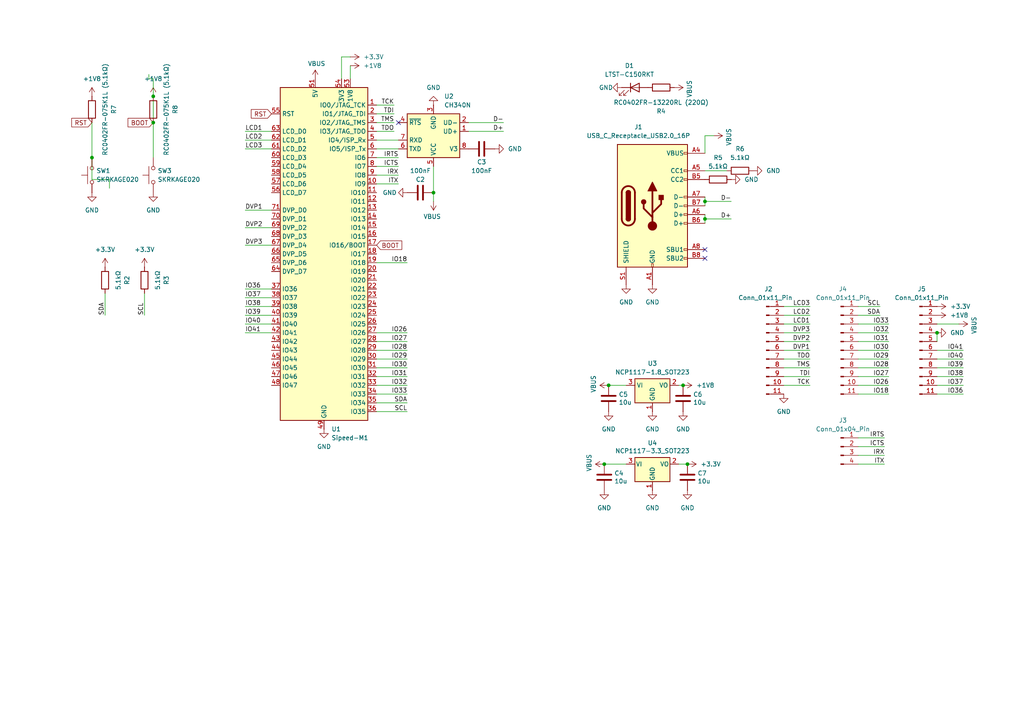
<source format=kicad_sch>
(kicad_sch (version 20250114) (generator "eeschema") (generator_version "9.0")
  (paper "A4")
  (lib_symbols
    (symbol "Connector:Conn_01x04_Pin" (pin_names (offset 1.016) (hide yes))
      (property "Reference" "J" (at 0 5.08 0))
      (property "Value" "Conn_01x04_Pin" (at 0 -7.62 0))
      (symbol "Conn_01x04_Pin_1_1"
        (rectangle (start 0.8636 2.667) (end 0 2.413) (stroke (width 0.1524)) (fill (type outline)))
        (rectangle (start 0.8636 0.127) (end 0 -0.127) (stroke (width 0.1524)) (fill (type outline)))
        (rectangle (start 0.8636 -2.413) (end 0 -2.667) (stroke (width 0.1524)) (fill (type outline)))
        (rectangle (start 0.8636 -4.953) (end 0 -5.207) (stroke (width 0.1524)) (fill (type outline)))
        (polyline (pts (xy 1.27 2.54) (xy 0.8636 2.54)) (stroke (width 0.1524)))
        (polyline (pts (xy 1.27 0) (xy 0.8636 0)) (stroke (width 0.1524)))
        (polyline (pts (xy 1.27 -2.54) (xy 0.8636 -2.54)) (stroke (width 0.1524)))
        (polyline (pts (xy 1.27 -5.08) (xy 0.8636 -5.08)) (stroke (width 0.1524)))
        (pin passive line (at 5.08 2.54 180) (length 3.81) (name "Pin_1") (number "1"))
        (pin passive line (at 5.08 0 180) (length 3.81) (name "Pin_2") (number "2"))
        (pin passive line (at 5.08 -2.54 180) (length 3.81) (name "Pin_3") (number "3"))
        (pin passive line (at 5.08 -5.08 180) (length 3.81) (name "Pin_4") (number "4"))
      )
    )
    (symbol "Connector:Conn_01x11_Pin" (pin_names (offset 1.016) (hide yes))
      (property "Reference" "J" (at 0 15.24 0))
      (property "Value" "Conn_01x11_Pin" (at 0 -15.24 0))
      (symbol "Conn_01x11_Pin_1_1"
        (rectangle (start 0.8636 12.827) (end 0 12.573) (stroke (width 0.1524)) (fill (type outline)))
        (rectangle (start 0.8636 10.287) (end 0 10.033) (stroke (width 0.1524)) (fill (type outline)))
        (rectangle (start 0.8636 7.747) (end 0 7.493) (stroke (width 0.1524)) (fill (type outline)))
        (rectangle (start 0.8636 5.207) (end 0 4.953) (stroke (width 0.1524)) (fill (type outline)))
        (rectangle (start 0.8636 2.667) (end 0 2.413) (stroke (width 0.1524)) (fill (type outline)))
        (rectangle (start 0.8636 0.127) (end 0 -0.127) (stroke (width 0.1524)) (fill (type outline)))
        (rectangle (start 0.8636 -2.413) (end 0 -2.667) (stroke (width 0.1524)) (fill (type outline)))
        (rectangle (start 0.8636 -4.953) (end 0 -5.207) (stroke (width 0.1524)) (fill (type outline)))
        (rectangle (start 0.8636 -7.493) (end 0 -7.747) (stroke (width 0.1524)) (fill (type outline)))
        (rectangle (start 0.8636 -10.033) (end 0 -10.287) (stroke (width 0.1524)) (fill (type outline)))
        (rectangle (start 0.8636 -12.573) (end 0 -12.827) (stroke (width 0.1524)) (fill (type outline)))
        (polyline (pts (xy 1.27 12.7) (xy 0.8636 12.7)) (stroke (width 0.1524)))
        (polyline (pts (xy 1.27 10.16) (xy 0.8636 10.16)) (stroke (width 0.1524)))
        (polyline (pts (xy 1.27 7.62) (xy 0.8636 7.62)) (stroke (width 0.1524)))
        (polyline (pts (xy 1.27 5.08) (xy 0.8636 5.08)) (stroke (width 0.1524)))
        (polyline (pts (xy 1.27 2.54) (xy 0.8636 2.54)) (stroke (width 0.1524)))
        (polyline (pts (xy 1.27 0) (xy 0.8636 0)) (stroke (width 0.1524)))
        (polyline (pts (xy 1.27 -2.54) (xy 0.8636 -2.54)) (stroke (width 0.1524)))
        (polyline (pts (xy 1.27 -5.08) (xy 0.8636 -5.08)) (stroke (width 0.1524)))
        (polyline (pts (xy 1.27 -7.62) (xy 0.8636 -7.62)) (stroke (width 0.1524)))
        (polyline (pts (xy 1.27 -10.16) (xy 0.8636 -10.16)) (stroke (width 0.1524)))
        (polyline (pts (xy 1.27 -12.7) (xy 0.8636 -12.7)) (stroke (width 0.1524)))
        (pin passive line (at 5.08 12.7 180) (length 3.81) (name "Pin_1") (number "1"))
        (pin passive line (at 5.08 10.16 180) (length 3.81) (name "Pin_2") (number "2"))
        (pin passive line (at 5.08 7.62 180) (length 3.81) (name "Pin_3") (number "3"))
        (pin passive line (at 5.08 5.08 180) (length 3.81) (name "Pin_4") (number "4"))
        (pin passive line (at 5.08 2.54 180) (length 3.81) (name "Pin_5") (number "5"))
        (pin passive line (at 5.08 0 180) (length 3.81) (name "Pin_6") (number "6"))
        (pin passive line (at 5.08 -2.54 180) (length 3.81) (name "Pin_7") (number "7"))
        (pin passive line (at 5.08 -5.08 180) (length 3.81) (name "Pin_8") (number "8"))
        (pin passive line (at 5.08 -7.62 180) (length 3.81) (name "Pin_9") (number "9"))
        (pin passive line (at 5.08 -10.16 180) (length 3.81) (name "Pin_10") (number "10"))
        (pin passive line (at 5.08 -12.7 180) (length 3.81) (name "Pin_11") (number "11"))
      )
    )
    (symbol "Connector:USB_C_Receptacle_USB2.0_16P" (pin_names (offset 1.016))
      (property "Reference" "J" (at 0 22.225 0))
      (property "Value" "USB_C_Receptacle_USB2.0_16P" (at 0 19.685 0))
      (symbol "USB_C_Receptacle_USB2.0_16P_0_0"
        (rectangle (start -0.254 -17.78) (end 0.254 -16.764))
        (rectangle (start 10.16 15.494) (end 9.144 14.986))
        (rectangle (start 10.16 10.414) (end 9.144 9.906))
        (rectangle (start 10.16 7.874) (end 9.144 7.366))
        (rectangle (start 10.16 2.794) (end 9.144 2.286))
        (rectangle (start 10.16 0.254) (end 9.144 -0.254))
        (rectangle (start 10.16 -2.286) (end 9.144 -2.794))
        (rectangle (start 10.16 -4.826) (end 9.144 -5.334))
        (rectangle (start 10.16 -12.446) (end 9.144 -12.954))
        (rectangle (start 10.16 -14.986) (end 9.144 -15.494))
      )
      (symbol "USB_C_Receptacle_USB2.0_16P_0_1"
        (rectangle (start -10.16 17.78) (end 10.16 -17.78) (stroke (width 0.254)) (fill (type background)))
        (polyline (pts (xy -8.89 -3.81) (xy -8.89 3.81)) (stroke (width 0.508)))
        (rectangle (start -7.62 -3.81) (end -6.35 3.81) (stroke (width 0.254)) (fill (type outline)))
        (arc (start -7.62 3.81) (mid -6.985 4.4423) (end -6.35 3.81) (stroke (width 0.254)))
        (arc (start -7.62 3.81) (mid -6.985 4.4423) (end -6.35 3.81) (stroke (width 0.254)) (fill (type outline)))
        (arc (start -8.89 3.81) (mid -6.985 5.7067) (end -5.08 3.81) (stroke (width 0.508)))
        (arc (start -5.08 -3.81) (mid -6.985 -5.7067) (end -8.89 -3.81) (stroke (width 0.508)))
        (arc (start -6.35 -3.81) (mid -6.985 -4.4423) (end -7.62 -3.81) (stroke (width 0.254)))
        (arc (start -6.35 -3.81) (mid -6.985 -4.4423) (end -7.62 -3.81) (stroke (width 0.254)) (fill (type outline)))
        (polyline (pts (xy -5.08 3.81) (xy -5.08 -3.81)) (stroke (width 0.508)))
        (circle (center -2.54 1.143) (radius 0.635) (stroke (width 0.254)) (fill (type outline)))
        (polyline (pts (xy -1.27 4.318) (xy 0 6.858) (xy 1.27 4.318) (xy -1.27 4.318)) (stroke (width 0.254)) (fill (type outline)))
        (polyline (pts (xy 0 -2.032) (xy 2.54 0.508) (xy 2.54 1.778)) (stroke (width 0.508)))
        (polyline (pts (xy 0 -3.302) (xy -2.54 -0.762) (xy -2.54 0.508)) (stroke (width 0.508)))
        (polyline (pts (xy 0 -5.842) (xy 0 4.318)) (stroke (width 0.508)))
        (circle (center 0 -5.842) (radius 1.27) (fill (type outline)))
        (rectangle (start 1.905 1.778) (end 3.175 3.048) (stroke (width 0.254)) (fill (type outline)))
      )
      (symbol "USB_C_Receptacle_USB2.0_16P_1_1"
        (pin passive line (at -7.62 -22.86 90) (length 5.08) (name "SHIELD") (number "S1"))
        (pin passive line (at 0 -22.86 90) (length 5.08) (name "GND") (number "A1"))
        (pin passive line (at 0 -22.86 90) (length 5.08) (hide yes) (name "GND") (number "A12"))
        (pin passive line (at 0 -22.86 90) (length 5.08) (hide yes) (name "GND") (number "B1"))
        (pin passive line (at 0 -22.86 90) (length 5.08) (hide yes) (name "GND") (number "B12"))
        (pin passive line (at 15.24 15.24 180) (length 5.08) (name "VBUS") (number "A4"))
        (pin passive line (at 15.24 15.24 180) (length 5.08) (hide yes) (name "VBUS") (number "A9"))
        (pin passive line (at 15.24 15.24 180) (length 5.08) (hide yes) (name "VBUS") (number "B4"))
        (pin passive line (at 15.24 15.24 180) (length 5.08) (hide yes) (name "VBUS") (number "B9"))
        (pin bidirectional line (at 15.24 10.16 180) (length 5.08) (name "CC1") (number "A5"))
        (pin bidirectional line (at 15.24 7.62 180) (length 5.08) (name "CC2") (number "B5"))
        (pin bidirectional line (at 15.24 2.54 180) (length 5.08) (name "D-") (number "A7"))
        (pin bidirectional line (at 15.24 0 180) (length 5.08) (name "D-") (number "B7"))
        (pin bidirectional line (at 15.24 -2.54 180) (length 5.08) (name "D+") (number "A6"))
        (pin bidirectional line (at 15.24 -5.08 180) (length 5.08) (name "D+") (number "B6"))
        (pin bidirectional line (at 15.24 -12.7 180) (length 5.08) (name "SBU1") (number "A8"))
        (pin bidirectional line (at 15.24 -15.24 180) (length 5.08) (name "SBU2") (number "B8"))
      )
    )
    (symbol "Device:C" (pin_numbers (hide yes)) (pin_names (offset 0.254))
      (property "Reference" "C" (at 0.635 2.54 0))
      (property "Value" "C" (at 0.635 -2.54 0))
      (symbol "C_0_1"
        (polyline (pts (xy -2.032 0.762) (xy 2.032 0.762)) (stroke (width 0.508)))
        (polyline (pts (xy -2.032 -0.762) (xy 2.032 -0.762)) (stroke (width 0.508)))
      )
      (symbol "C_1_1"
        (pin passive line (at 0 3.81 270) (length 2.794) (name "~") (number "1"))
        (pin passive line (at 0 -3.81 90) (length 2.794) (name "~") (number "2"))
      )
    )
    (symbol "Device:LED" (pin_numbers (hide yes)) (pin_names (offset 1.016) (hide yes))
      (property "Reference" "D" (at 0 2.54 0))
      (property "Value" "LED" (at 0 -2.54 0))
      (symbol "LED_0_1"
        (polyline (pts (xy -3.048 -0.762) (xy -4.572 -2.286) (xy -3.81 -2.286) (xy -4.572 -2.286) (xy -4.572 -1.524)))
        (polyline (pts (xy -1.778 -0.762) (xy -3.302 -2.286) (xy -2.54 -2.286) (xy -3.302 -2.286) (xy -3.302 -1.524)))
        (polyline (pts (xy -1.27 0) (xy 1.27 0)))
        (polyline (pts (xy -1.27 -1.27) (xy -1.27 1.27)) (stroke (width 0.254)))
        (polyline (pts (xy 1.27 -1.27) (xy 1.27 1.27) (xy -1.27 0) (xy 1.27 -1.27)) (stroke (width 0.254)))
      )
      (symbol "LED_1_1"
        (pin passive line (at -3.81 0 0) (length 2.54) (name "K") (number "1"))
        (pin passive line (at 3.81 0 180) (length 2.54) (name "A") (number "2"))
      )
    )
    (symbol "Device:R" (pin_numbers (hide yes)) (pin_names (offset 0))
      (property "Reference" "R" (at 2.032 0 90))
      (property "Value" "R" (at 0 0 90))
      (symbol "R_0_1"
        (rectangle (start -1.016 -2.54) (end 1.016 2.54) (stroke (width 0.254)))
      )
      (symbol "R_1_1"
        (pin passive line (at 0 3.81 270) (length 1.27) (name "~") (number "1"))
        (pin passive line (at 0 -3.81 90) (length 1.27) (name "~") (number "2"))
      )
    )
    (symbol "Interface_USB:CH340N"
      (property "Reference" "U" (at -7.62 6.35 0))
      (property "Value" "CH340N" (at 7.62 6.35 0))
      (symbol "CH340N_0_1"
        (rectangle (start -7.62 5.08) (end 7.62 -7.62) (stroke (width 0.254)) (fill (type background)))
      )
      (symbol "CH340N_1_1"
        (pin passive line (at -10.16 2.54 0) (length 2.54) (name "V3") (number "8"))
        (pin bidirectional line (at -10.16 -2.54 0) (length 2.54) (name "UD+") (number "1"))
        (pin bidirectional line (at -10.16 -5.08 0) (length 2.54) (name "UD-") (number "2"))
        (pin power_in line (at 0 7.62 270) (length 2.54) (name "VCC") (number "5"))
        (pin power_in line (at 0 -10.16 90) (length 2.54) (name "GND") (number "3"))
        (pin output line (at 10.16 2.54 180) (length 2.54) (name "TXD") (number "6"))
        (pin input line (at 10.16 0 180) (length 2.54) (name "RXD") (number "7"))
        (pin output line (at 10.16 -5.08 180) (length 2.54) (name "~{RTS}") (number "4"))
      )
    )
    (symbol "MCU_Module:Sipeed-M1"
      (property "Reference" "U" (at -13.716 51.308 0))
      (property "Value" "Sipeed-M1" (at -11.938 49.53 0))
      (symbol "Sipeed-M1_0_1"
        (rectangle (start -12.7 48.26) (end 12.7 -48.26) (stroke (width 0.254)) (fill (type background)))
      )
      (symbol "Sipeed-M1_1_1"
        (pin input line (at -15.24 40.64 0) (length 2.54) (name "RST") (number "55"))
        (pin bidirectional line (at -15.24 35.56 0) (length 2.54) (name "LCD_D0") (number "63"))
        (pin bidirectional line (at -15.24 33.02 0) (length 2.54) (name "LCD_D1") (number "62"))
        (pin bidirectional line (at -15.24 30.48 0) (length 2.54) (name "LCD_D2") (number "61"))
        (pin bidirectional line (at -15.24 27.94 0) (length 2.54) (name "LCD_D3") (number "60"))
        (pin bidirectional line (at -15.24 25.4 0) (length 2.54) (name "LCD_D4") (number "59"))
        (pin bidirectional line (at -15.24 22.86 0) (length 2.54) (name "LCD_D5") (number "58"))
        (pin bidirectional line (at -15.24 20.32 0) (length 2.54) (name "LCD_D6") (number "57"))
        (pin bidirectional line (at -15.24 17.78 0) (length 2.54) (name "LCD_D7") (number "56"))
        (pin bidirectional line (at -15.24 12.7 0) (length 2.54) (name "DVP_D0") (number "71"))
        (pin bidirectional line (at -15.24 10.16 0) (length 2.54) (name "DVP_D1") (number "70"))
        (pin bidirectional line (at -15.24 7.62 0) (length 2.54) (name "DVP_D2") (number "69"))
        (pin bidirectional line (at -15.24 5.08 0) (length 2.54) (name "DVP_D3") (number "68"))
        (pin bidirectional line (at -15.24 2.54 0) (length 2.54) (name "DVP_D4") (number "67"))
        (pin bidirectional line (at -15.24 0 0) (length 2.54) (name "DVP_D5") (number "66"))
        (pin bidirectional line (at -15.24 -2.54 0) (length 2.54) (name "DVP_D6") (number "65"))
        (pin bidirectional line (at -15.24 -5.08 0) (length 2.54) (name "DVP_D7") (number "64"))
        (pin bidirectional line (at -15.24 -10.16 0) (length 2.54) (name "IO36") (number "37"))
        (pin bidirectional line (at -15.24 -12.7 0) (length 2.54) (name "IO37") (number "38"))
        (pin bidirectional line (at -15.24 -15.24 0) (length 2.54) (name "IO38") (number "39"))
        (pin bidirectional line (at -15.24 -17.78 0) (length 2.54) (name "IO39") (number "40"))
        (pin bidirectional line (at -15.24 -20.32 0) (length 2.54) (name "IO40") (number "41"))
        (pin bidirectional line (at -15.24 -22.86 0) (length 2.54) (name "IO41") (number "42"))
        (pin bidirectional line (at -15.24 -25.4 0) (length 2.54) (name "IO42") (number "43"))
        (pin bidirectional line (at -15.24 -27.94 0) (length 2.54) (name "IO43") (number "44"))
        (pin bidirectional line (at -15.24 -30.48 0) (length 2.54) (name "IO44") (number "45"))
        (pin bidirectional line (at -15.24 -33.02 0) (length 2.54) (name "IO45") (number "46"))
        (pin bidirectional line (at -15.24 -35.56 0) (length 2.54) (name "IO46") (number "47"))
        (pin bidirectional line (at -15.24 -38.1 0) (length 2.54) (name "IO47") (number "48"))
        (pin power_in line (at -2.54 50.8 270) (length 2.54) (name "5V") (number "51"))
        (pin passive line (at -2.54 50.8 270) (length 2.54) (hide yes) (name "5V") (number "52"))
        (pin power_in line (at 0 -50.8 90) (length 2.54) (name "GND") (number "49"))
        (pin passive line (at 0 -50.8 90) (length 2.54) (hide yes) (name "GND") (number "50"))
        (pin passive line (at 0 -50.8 90) (length 2.54) (hide yes) (name "GND") (number "72"))
        (pin power_out line (at 5.08 50.8 270) (length 2.54) (name "3V3") (number "54"))
        (pin power_out line (at 7.62 50.8 270) (length 2.54) (name "1V8") (number "53"))
        (pin bidirectional line (at 15.24 43.18 180) (length 2.54) (name "IO0/JTAG_TCK") (number "1"))
        (pin bidirectional line (at 15.24 40.64 180) (length 2.54) (name "IO1/JTAG_TDI") (number "2"))
        (pin bidirectional line (at 15.24 38.1 180) (length 2.54) (name "IO2/JTAG_TMS") (number "3"))
        (pin bidirectional line (at 15.24 35.56 180) (length 2.54) (name "IO3/JTAG_TDO") (number "4"))
        (pin bidirectional line (at 15.24 33.02 180) (length 2.54) (name "IO4/ISP_Rx") (number "5"))
        (pin bidirectional line (at 15.24 30.48 180) (length 2.54) (name "IO5/ISP_Tx") (number "6"))
        (pin bidirectional line (at 15.24 27.94 180) (length 2.54) (name "IO6") (number "7"))
        (pin bidirectional line (at 15.24 25.4 180) (length 2.54) (name "IO7") (number "8"))
        (pin bidirectional line (at 15.24 22.86 180) (length 2.54) (name "IO8") (number "9"))
        (pin bidirectional line (at 15.24 20.32 180) (length 2.54) (name "IO9") (number "10"))
        (pin bidirectional line (at 15.24 17.78 180) (length 2.54) (name "IO10") (number "11"))
        (pin bidirectional line (at 15.24 15.24 180) (length 2.54) (name "IO11") (number "12"))
        (pin bidirectional line (at 15.24 12.7 180) (length 2.54) (name "IO12") (number "13"))
        (pin bidirectional line (at 15.24 10.16 180) (length 2.54) (name "IO13") (number "14"))
        (pin bidirectional line (at 15.24 7.62 180) (length 2.54) (name "IO14") (number "15"))
        (pin bidirectional line (at 15.24 5.08 180) (length 2.54) (name "IO15") (number "16"))
        (pin bidirectional line (at 15.24 2.54 180) (length 2.54) (name "IO16/BOOT") (number "17"))
        (pin bidirectional line (at 15.24 0 180) (length 2.54) (name "IO17") (number "18"))
        (pin bidirectional line (at 15.24 -2.54 180) (length 2.54) (name "IO18") (number "19"))
        (pin bidirectional line (at 15.24 -5.08 180) (length 2.54) (name "IO19") (number "20"))
        (pin bidirectional line (at 15.24 -7.62 180) (length 2.54) (name "IO20") (number "21"))
        (pin bidirectional line (at 15.24 -10.16 180) (length 2.54) (name "IO21") (number "22"))
        (pin bidirectional line (at 15.24 -12.7 180) (length 2.54) (name "IO22") (number "23"))
        (pin bidirectional line (at 15.24 -15.24 180) (length 2.54) (name "IO23") (number "24"))
        (pin bidirectional line (at 15.24 -17.78 180) (length 2.54) (name "IO24") (number "25"))
        (pin bidirectional line (at 15.24 -20.32 180) (length 2.54) (name "IO25") (number "26"))
        (pin bidirectional line (at 15.24 -22.86 180) (length 2.54) (name "IO26") (number "27"))
        (pin bidirectional line (at 15.24 -25.4 180) (length 2.54) (name "IO27") (number "28"))
        (pin bidirectional line (at 15.24 -27.94 180) (length 2.54) (name "IO28") (number "29"))
        (pin bidirectional line (at 15.24 -30.48 180) (length 2.54) (name "IO29") (number "30"))
        (pin bidirectional line (at 15.24 -33.02 180) (length 2.54) (name "IO30") (number "31"))
        (pin bidirectional line (at 15.24 -35.56 180) (length 2.54) (name "IO31") (number "32"))
        (pin bidirectional line (at 15.24 -38.1 180) (length 2.54) (name "IO32") (number "33"))
        (pin bidirectional line (at 15.24 -40.64 180) (length 2.54) (name "IO33") (number "34"))
        (pin bidirectional line (at 15.24 -43.18 180) (length 2.54) (name "IO34") (number "35"))
        (pin bidirectional line (at 15.24 -45.72 180) (length 2.54) (name "IO35") (number "36"))
      )
    )
    (symbol "Regulator_Linear:NCP1117-1.8_SOT223"
      (property "Reference" "U" (at -3.81 3.175 0))
      (property "Value" "NCP1117-1.8_SOT223" (at 0 3.175 0))
      (symbol "NCP1117-1.8_SOT223_0_1"
        (rectangle (start -5.08 -5.08) (end 5.08 1.905) (stroke (width 0.254)) (fill (type background)))
      )
      (symbol "NCP1117-1.8_SOT223_1_1"
        (pin power_in line (at -7.62 0 0) (length 2.54) (name "VI") (number "3"))
        (pin power_in line (at 0 -7.62 90) (length 2.54) (name "GND") (number "1"))
        (pin power_out line (at 7.62 0 180) (length 2.54) (name "VO") (number "2"))
      )
    )
    (symbol "Regulator_Linear:NCP1117-3.3_SOT223" (pin_names (offset 0.254))
      (property "Reference" "U" (at -3.81 3.175 0))
      (property "Value" "NCP1117-3.3_SOT223" (at 0 3.175 0))
      (symbol "NCP1117-3.3_SOT223_0_1"
        (rectangle (start -5.08 -5.08) (end 5.08 1.905) (stroke (width 0.254)) (fill (type background)))
      )
      (symbol "NCP1117-3.3_SOT223_1_1"
        (pin power_in line (at -7.62 0 0) (length 2.54) (name "VI") (number "3"))
        (pin power_in line (at 0 -7.62 90) (length 2.54) (name "GND") (number "1"))
        (pin power_out line (at 7.62 0 180) (length 2.54) (name "VO") (number "2"))
      )
    )
    (symbol "Switch:SW_Push" (pin_numbers (hide yes)) (pin_names (offset 1.016) (hide yes))
      (property "Reference" "SW" (at 1.27 2.54 0))
      (property "Value" "SW_Push" (at 0 -1.524 0))
      (symbol "SW_Push_0_1"
        (circle (center -2.032 0) (radius 0.508))
        (polyline (pts (xy 0 1.27) (xy 0 3.048)))
        (circle (center 2.032 0) (radius 0.508))
        (polyline (pts (xy 2.54 1.27) (xy -2.54 1.27)))
        (pin passive line (at -5.08 0 0) (length 2.54) (name "1") (number "1"))
        (pin passive line (at 5.08 0 180) (length 2.54) (name "2") (number "2"))
      )
    )
    (symbol "power:+1V8" (power) (pin_numbers (hide yes)) (pin_names (offset 0) (hide yes))
      (property "Value" "+1V8" (at 0 3.556 0))
      (symbol "+1V8_0_1"
        (polyline (pts (xy -0.762 1.27) (xy 0 2.54)))
        (polyline (pts (xy 0 2.54) (xy 0.762 1.27)))
        (polyline (pts (xy 0 0) (xy 0 2.54)))
      )
      (symbol "+1V8_1_1"
        (pin power_in line (at 0 0 90) (length 0) (name "~") (number "1"))
      )
    )
    (symbol "power:+3.3V" (power) (pin_numbers (hide yes)) (pin_names (offset 0) (hide yes))
      (property "Value" "+3.3V" (at 0 3.556 0))
      (symbol "+3.3V_0_1"
        (polyline (pts (xy -0.762 1.27) (xy 0 2.54)))
        (polyline (pts (xy 0 2.54) (xy 0.762 1.27)))
        (polyline (pts (xy 0 0) (xy 0 2.54)))
      )
      (symbol "+3.3V_1_1"
        (pin power_in line (at 0 0 90) (length 0) (name "~") (number "1"))
      )
    )
    (symbol "power:GND" (power) (pin_numbers (hide yes)) (pin_names (offset 0) (hide yes))
      (property "Value" "GND" (at 0 -3.81 0))
      (symbol "GND_0_1"
        (polyline (pts (xy 0 0) (xy 0 -1.27) (xy 1.27 -1.27) (xy 0 -2.54) (xy -1.27 -1.27) (xy 0 -1.27)))
      )
      (symbol "GND_1_1"
        (pin power_in line (at 0 0 270) (length 0) (name "~") (number "1"))
      )
    )
    (symbol "power:VBUS" (power) (pin_names (offset 0))
      (property "Value" "VBUS" (at 0 3.81 0))
      (symbol "VBUS_0_1"
        (polyline (pts (xy -0.762 1.27) (xy 0 2.54)))
        (polyline (pts (xy 0 2.54) (xy 0.762 1.27)))
        (polyline (pts (xy 0 0) (xy 0 2.54)))
      )
      (symbol "VBUS_1_1"
        (pin power_in line (at 0 0 90) (length 0) (hide yes) (name "VBUS") (number "1"))
      )
    )
  )
  (junction (at 125.73 55.88))
  (junction (at 204.47 58.42))
  (junction (at 199.39 134.62))
  (junction (at 198.12 111.76))
  (junction (at 204.47 63.5))
  (junction (at 176.53 111.76))
  (junction (at 44.45 27.94))
  (junction (at 44.45 35.56))
  (junction (at 175.26 134.62))
  (junction (at 26.67 45.72))
  (junction (at 271.78 96.52))
  (no_connect (at 204.47 72.39))
  (no_connect (at 204.47 74.93))
  (no_connect (at 115.57 35.56))
  (wire (pts (xy 257.81 104.14) (xy 248.92 104.14)))
  (wire (pts (xy 204.47 62.23) (xy 204.47 63.5)))
  (wire (pts (xy 204.47 58.42) (xy 204.47 59.69)))
  (wire (pts (xy 118.11 96.52) (xy 109.22 96.52)))
  (wire (pts (xy 118.11 109.22) (xy 109.22 109.22)))
  (wire (pts (xy 255.27 91.44) (xy 248.92 91.44)))
  (wire (pts (xy 118.11 114.3) (xy 109.22 114.3)))
  (wire (pts (xy 26.67 52.07) (xy 31.75 52.07)))
  (wire (pts (xy 256.54 127) (xy 248.92 127)))
  (wire (pts (xy 234.95 109.22) (xy 227.33 109.22)))
  (wire (pts (xy 279.4 106.68) (xy 271.78 106.68)))
  (wire (pts (xy 204.47 63.5) (xy 212.09 63.5)))
  (wire (pts (xy 71.12 60.96) (xy 78.74 60.96)))
  (wire (pts (xy 257.81 111.76) (xy 248.92 111.76)))
  (wire (pts (xy 175.26 134.62) (xy 181.61 134.62)))
  (wire (pts (xy 257.81 106.68) (xy 248.92 106.68)))
  (wire (pts (xy 257.81 101.6) (xy 248.92 101.6)))
  (wire (pts (xy 71.12 91.44) (xy 78.74 91.44)))
  (wire (pts (xy 234.95 111.76) (xy 227.33 111.76)))
  (wire (pts (xy 256.54 132.08) (xy 248.92 132.08)))
  (wire (pts (xy 234.95 88.9) (xy 227.33 88.9)))
  (wire (pts (xy 44.45 45.72) (xy 44.45 35.56)))
  (wire (pts (xy 99.06 16.51) (xy 99.06 22.86)))
  (wire (pts (xy 279.4 104.14) (xy 271.78 104.14)))
  (wire (pts (xy 204.47 57.15) (xy 204.47 58.42)))
  (wire (pts (xy 118.11 104.14) (xy 109.22 104.14)))
  (wire (pts (xy 204.47 63.5) (xy 204.47 64.77)))
  (wire (pts (xy 196.85 111.76) (xy 198.12 111.76)))
  (wire (pts (xy 257.81 114.3) (xy 248.92 114.3)))
  (wire (pts (xy 125.73 58.42) (xy 125.73 55.88)))
  (wire (pts (xy 44.45 35.56) (xy 44.45 27.94)))
  (wire (pts (xy 114.3 35.56) (xy 109.22 35.56)))
  (wire (pts (xy 118.11 76.2) (xy 109.22 76.2)))
  (wire (pts (xy 234.95 96.52) (xy 227.33 96.52)))
  (wire (pts (xy 118.11 116.84) (xy 109.22 116.84)))
  (wire (pts (xy 279.4 114.3) (xy 271.78 114.3)))
  (wire (pts (xy 115.57 45.72) (xy 109.22 45.72)))
  (wire (pts (xy 257.81 93.98) (xy 248.92 93.98)))
  (wire (pts (xy 101.6 16.51) (xy 99.06 16.51)))
  (wire (pts (xy 234.95 106.68) (xy 227.33 106.68)))
  (wire (pts (xy 176.53 111.76) (xy 181.61 111.76)))
  (wire (pts (xy 71.12 43.18) (xy 78.74 43.18)))
  (wire (pts (xy 109.22 40.64) (xy 115.57 40.64)))
  (wire (pts (xy 256.54 129.54) (xy 248.92 129.54)))
  (wire (pts (xy 271.78 96.52) (xy 271.78 99.06)))
  (wire (pts (xy 31.75 52.07) (xy 31.75 54.61)))
  (wire (pts (xy 71.12 38.1) (xy 78.74 38.1)))
  (wire (pts (xy 135.89 38.1) (xy 146.05 38.1)))
  (wire (pts (xy 234.95 104.14) (xy 227.33 104.14)))
  (wire (pts (xy 71.12 83.82) (xy 78.74 83.82)))
  (wire (pts (xy 118.11 119.38) (xy 109.22 119.38)))
  (wire (pts (xy 115.57 53.34) (xy 109.22 53.34)))
  (wire (pts (xy 114.3 30.48) (xy 109.22 30.48)))
  (wire (pts (xy 118.11 106.68) (xy 109.22 106.68)))
  (wire (pts (xy 43.18 22.86) (xy 43.18 21.59)))
  (wire (pts (xy 71.12 93.98) (xy 78.74 93.98)))
  (wire (pts (xy 71.12 40.64) (xy 78.74 40.64)))
  (wire (pts (xy 30.48 91.44) (xy 30.48 85.09)))
  (wire (pts (xy 114.3 33.02) (xy 109.22 33.02)))
  (wire (pts (xy 44.45 27.94) (xy 44.45 22.86)))
  (wire (pts (xy 118.11 99.06) (xy 109.22 99.06)))
  (wire (pts (xy 256.54 134.62) (xy 248.92 134.62)))
  (wire (pts (xy 26.67 45.72) (xy 26.67 52.07)))
  (wire (pts (xy 71.12 71.12) (xy 78.74 71.12)))
  (wire (pts (xy 204.47 49.53) (xy 210.82 49.53)))
  (wire (pts (xy 279.4 111.76) (xy 271.78 111.76)))
  (wire (pts (xy 101.6 19.05) (xy 101.6 22.86)))
  (wire (pts (xy 26.67 35.56) (xy 26.67 45.72)))
  (wire (pts (xy 71.12 96.52) (xy 78.74 96.52)))
  (wire (pts (xy 257.81 96.52) (xy 248.92 96.52)))
  (wire (pts (xy 196.85 134.62) (xy 199.39 134.62)))
  (wire (pts (xy 41.91 85.09) (xy 41.91 91.44)))
  (wire (pts (xy 71.12 86.36) (xy 78.74 86.36)))
  (wire (pts (xy 118.11 101.6) (xy 109.22 101.6)))
  (wire (pts (xy 109.22 50.8) (xy 115.57 50.8)))
  (wire (pts (xy 257.81 99.06) (xy 248.92 99.06)))
  (wire (pts (xy 234.95 93.98) (xy 227.33 93.98)))
  (wire (pts (xy 207.01 39.37) (xy 204.47 39.37)))
  (wire (pts (xy 44.45 22.86) (xy 43.18 22.86)))
  (wire (pts (xy 118.11 111.76) (xy 109.22 111.76)))
  (wire (pts (xy 234.95 99.06) (xy 227.33 99.06)))
  (wire (pts (xy 71.12 88.9) (xy 78.74 88.9)))
  (wire (pts (xy 278.13 93.98) (xy 271.78 93.98)))
  (wire (pts (xy 257.81 109.22) (xy 248.92 109.22)))
  (wire (pts (xy 234.95 91.44) (xy 227.33 91.44)))
  (wire (pts (xy 115.57 48.26) (xy 109.22 48.26)))
  (wire (pts (xy 204.47 58.42) (xy 212.09 58.42)))
  (wire (pts (xy 234.95 101.6) (xy 227.33 101.6)))
  (wire (pts (xy 279.4 109.22) (xy 271.78 109.22)))
  (wire (pts (xy 279.4 101.6) (xy 271.78 101.6)))
  (wire (pts (xy 125.73 55.88) (xy 125.73 48.26)))
  (wire (pts (xy 204.47 39.37) (xy 204.47 44.45)))
  (wire (pts (xy 114.3 38.1) (xy 109.22 38.1)))
  (wire (pts (xy 255.27 88.9) (xy 248.92 88.9)))
  (wire (pts (xy 135.89 35.56) (xy 146.05 35.56)))
  (wire (pts (xy 71.12 66.04) (xy 78.74 66.04)))
  (wire (pts (xy 109.22 43.18) (xy 115.57 43.18)))
  (label "TMS" (at 114.3 35.56 180))
  (label "SDA" (at 255.27 91.44 180))
  (label "IO32" (at 257.81 96.52 180))
  (label "IO32" (at 118.11 111.76 180))
  (label "IO36" (at 71.12 83.82 0))
  (label "LCD2" (at 71.12 40.64 0))
  (label "IO26" (at 118.11 96.52 180))
  (label "TDO" (at 114.3 38.1 180))
  (label "DVP3" (at 71.12 71.12 0))
  (label "LCD2" (at 234.95 91.44 180))
  (label "D-" (at 212.09 58.42 180))
  (label "IRX" (at 256.54 132.08 180))
  (label "IO38" (at 71.12 88.9 0))
  (label "ITX" (at 256.54 134.62 180))
  (label "IO36" (at 279.4 114.3 180))
  (label "LCD1" (at 234.95 93.98 180))
  (label "SCL" (at 255.27 88.9 180))
  (label "SCL" (at 118.11 119.38 180))
  (label "ICTS" (at 256.54 129.54 180))
  (label "IO33" (at 257.81 93.98 180))
  (label "IO30" (at 118.11 106.68 180))
  (label "D-" (at 146.05 35.56 180))
  (label "IO41" (at 71.12 96.52 0))
  (label "IO41" (at 279.4 101.6 180))
  (label "SDA" (at 118.11 116.84 180))
  (label "IO39" (at 71.12 91.44 0))
  (label "IO31" (at 257.81 99.06 180))
  (label "IO18" (at 257.81 114.3 180))
  (label "SDA" (at 30.48 91.44 90))
  (label "IO39" (at 279.4 106.68 180))
  (label "TDI" (at 234.95 109.22 180))
  (label "IO28" (at 257.81 106.68 180))
  (label "IO18" (at 118.11 76.2 180))
  (label "IO26" (at 257.81 111.76 180))
  (label "ITX" (at 115.57 53.34 180))
  (label "IO27" (at 257.81 109.22 180))
  (label "IO30" (at 257.81 101.6 180))
  (label "IO33" (at 118.11 114.3 180))
  (label "IO40" (at 71.12 93.98 0))
  (label "SCL" (at 41.91 91.44 90))
  (label "TCK" (at 234.95 111.76 180))
  (label "DVP1" (at 71.12 60.96 0))
  (label "ICTS" (at 115.57 48.26 180))
  (label "TMS" (at 234.95 106.68 180))
  (label "LCD3" (at 234.95 88.9 180))
  (label "DVP2" (at 234.95 99.06 180))
  (label "DVP2" (at 71.12 66.04 0))
  (label "D+" (at 146.05 38.1 180))
  (label "TDO" (at 234.95 104.14 180))
  (label "LCD1" (at 71.12 38.1 0))
  (label "IO38" (at 279.4 109.22 180))
  (label "IRTS" (at 115.57 45.72 180))
  (label "LCD3" (at 71.12 43.18 0))
  (label "D+" (at 212.09 63.5 180))
  (label "IO29" (at 257.81 104.14 180))
  (label "DVP3" (at 234.95 96.52 180))
  (label "IO28" (at 118.11 101.6 180))
  (label "IRTS" (at 256.54 127 180))
  (label "IRX" (at 115.57 50.8 180))
  (label "IO31" (at 118.11 109.22 180))
  (label "IO40" (at 279.4 104.14 180))
  (label "TDI" (at 114.3 33.02 180))
  (label "DVP1" (at 234.95 101.6 180))
  (label "IO27" (at 118.11 99.06 180))
  (label "IO37" (at 71.12 86.36 0))
  (label "TCK" (at 114.3 30.48 180))
  (label "IO37" (at 279.4 111.76 180))
  (label "IO29" (at 118.11 104.14 180))
  (global_label "RST" (shape input) (at 26.67 35.56 180) (property "Intersheetrefs" "${INTERSHEET_REFS}" (effects (hide yes))))
  (global_label "RST" (shape input) (at 78.74 33.02 180) (property "Intersheetrefs" "${INTERSHEET_REFS}" (effects (hide yes))))
  (global_label "BOOT" (shape input) (at 109.22 71.12 0) (property "Intersheetrefs" "${INTERSHEET_REFS}" (effects (hide yes))))
  (global_label "BOOT" (shape input) (at 44.45 35.56 180) (property "Intersheetrefs" "${INTERSHEET_REFS}" (effects (hide yes))))
  (symbol (lib_id "Device:R") (at 191.77 25.4 270) (unit 1)
    (property "Reference" "R4" (at 191.77 32.258 90))
    (property "Value" "RC0402FR-13220RL (220Ω)" (at 191.77 29.718 90))
    (property "Footprint" "0402:R0402" (effects (hide yes)))
    (property "Description" "Resistor" (effects (hide yes)))
  )
  (symbol (lib_id "Device:R") (at 30.48 81.28 0) (unit 1)
    (property "Reference" "R2" (at 36.83 81.28 90))
    (property "Value" "5.1kΩ" (at 34.29 81.28 90))
    (property "Footprint" "0402:R0402" (effects (hide yes)))
    (property "Description" "Resistor" (effects (hide yes)))
  )
  (symbol (lib_id "Device:C") (at 139.7 43.18 270) (unit 1)
    (property "Reference" "C3" (at 139.7 46.99 90))
    (property "Value" "100nF" (at 139.7 49.53 90))
    (property "Footprint" "10uF:C0402" (effects (hide yes)))
    (property "Description" "Unpolarized capacitor" (effects (hide yes)))
  )
  (symbol (lib_id "power:+1V8") (at 26.67 27.94 0) (unit 1)
    (property "Reference" "#PWR034" (effects (hide yes)))
    (property "Value" "+1V8" (at 26.67 22.86 0))
    (property "Description" "Power symbol creates a global label with name \"+1V8\"" (effects (hide yes)))
  )
  (symbol (lib_id "Device:C") (at 176.53 115.57 0) (unit 1)
    (property "Reference" "C5" (at 179.451 114.4016 0) (effects (justify left)))
    (property "Value" "10u" (at 179.451 116.713 0) (effects (justify left)))
    (property "Footprint" "Capacitor_SMD:C_0805_2012Metric" (effects (hide yes)))
  )
  (symbol (lib_id "power:VBUS") (at 176.53 111.76 90) (unit 1)
    (property "Reference" "#PWR016" (effects (hide yes)))
    (property "Value" "VBUS" (at 172.1358 111.379 0))
  )
  (symbol (lib_id "Regulator_Linear:NCP1117-3.3_SOT223") (at 189.23 134.62 0) (unit 1)
    (property "Reference" "U4" (at 189.23 128.4732 0))
    (property "Value" "NCP1117-3.3_SOT223" (at 189.23 130.7846 0))
    (property "Footprint" "Package_TO_SOT_SMD:SOT-223-3_TabPin2" (effects (hide yes)))
    (property "Datasheet" "http://www.onsemi.com/pub_link/Collateral/NCP1117-D.PDF" (effects (hide yes)))
  )
  (symbol (lib_id "Switch:SW_Push") (at 44.45 50.8 90) (unit 1)
    (property "Reference" "SW3" (at 45.72 49.5299 90) (effects (justify right)))
    (property "Value" "SKRKAGE020" (at 45.72 52.0699 90) (effects (justify right)))
    (property "Footprint" "Button_Switch_SMD:SW_Push_SPST_NO_Alps_SKRK" (effects (hide yes)))
    (property "Description" "Push button switch, generic, two pins" (effects (hide yes)))
  )
  (symbol (lib_id "power:VBUS") (at 278.13 93.98 270) (unit 1)
    (property "Reference" "#PWR033" (effects (hide yes)))
    (property "Value" "VBUS" (at 282.5242 94.361 0))
  )
  (symbol (lib_id "power:GND") (at 212.09 52.07 90) (unit 1)
    (property "Reference" "#PWR027" (effects (hide yes)))
    (property "Value" "GND" (at 215.9 52.0699 90) (effects (justify right)))
    (property "Description" "Power symbol creates a global label with name \"GND\" , ground" (effects (hide yes)))
  )
  (symbol (lib_id "Connector:Conn_01x11_Pin") (at 266.7 101.6 0) (unit 1)
    (property "Reference" "J5" (at 267.335 83.82 0))
    (property "Value" "Conn_01x11_Pin" (at 267.335 86.36 0))
    (property "Footprint" "Connector_PinHeader_2.54mm:PinHeader_1x11_P2.54mm_Vertical" (effects (hide yes)))
    (property "Description" "Generic connector, single row, 01x11, script generated" (effects (hide yes)))
  )
  (symbol (lib_id "power:+1V8") (at 44.45 27.94 0) (unit 1)
    (property "Reference" "#PWR036" (effects (hide yes)))
    (property "Value" "+1V8" (at 44.45 22.86 0))
    (property "Description" "Power symbol creates a global label with name \"+1V8\"" (effects (hide yes)))
  )
  (symbol (lib_id "power:GND") (at 176.53 119.38 0) (unit 1)
    (property "Reference" "#PWR017" (effects (hide yes)))
    (property "Value" "GND" (at 176.53 124.46 0))
    (property "Description" "Power symbol creates a global label with name \"GND\" , ground" (effects (hide yes)))
  )
  (symbol (lib_id "power:GND") (at 189.23 82.55 0) (unit 1)
    (property "Reference" "#PWR019" (effects (hide yes)))
    (property "Value" "GND" (at 189.23 87.63 0))
    (property "Description" "Power symbol creates a global label with name \"GND\" , ground" (effects (hide yes)))
  )
  (symbol (lib_id "power:GND") (at 189.23 119.38 0) (unit 1)
    (property "Reference" "#PWR020" (effects (hide yes)))
    (property "Value" "GND" (at 189.23 124.46 0))
    (property "Description" "Power symbol creates a global label with name \"GND\" , ground" (effects (hide yes)))
  )
  (symbol (lib_id "power:GND") (at 93.98 124.46 0) (unit 1)
    (property "Reference" "#PWR03" (effects (hide yes)))
    (property "Value" "GND" (at 93.98 129.54 0))
    (property "Description" "Power symbol creates a global label with name \"GND\" , ground" (effects (hide yes)))
  )
  (symbol (lib_id "Device:C") (at 199.39 138.43 0) (unit 1)
    (property "Reference" "C7" (at 202.311 137.2616 0) (effects (justify left)))
    (property "Value" "10u" (at 202.311 139.573 0) (effects (justify left)))
    (property "Footprint" "Capacitor_SMD:C_0805_2012Metric" (effects (hide yes)))
  )
  (symbol (lib_id "power:+3.3V") (at 271.78 88.9 270) (unit 1)
    (property "Reference" "#PWR030" (effects (hide yes)))
    (property "Value" "+3.3V" (at 275.59 88.8999 90) (effects (justify left)))
    (property "Description" "Power symbol creates a global label with name \"+3.3V\"" (effects (hide yes)))
  )
  (symbol (lib_id "power:+3.3V") (at 101.6 16.51 270) (unit 1)
    (property "Reference" "#PWR04" (effects (hide yes)))
    (property "Value" "+3.3V" (at 105.41 16.5099 90) (effects (justify left)))
    (property "Description" "Power symbol creates a global label with name \"+3.3V\"" (effects (hide yes)))
  )
  (symbol (lib_id "power:GND") (at 271.78 96.52 90) (mirror x) (unit 1)
    (property "Reference" "#PWR032" (effects (hide yes)))
    (property "Value" "GND" (at 275.59 96.5201 90) (effects (justify right)))
    (property "Description" "Power symbol creates a global label with name \"GND\" , ground" (effects (hide yes)))
  )
  (symbol (lib_id "Device:C") (at 121.92 55.88 90) (unit 1)
    (property "Reference" "C2" (at 121.92 52.07 90))
    (property "Value" "100nF" (at 121.92 49.53 90))
    (property "Footprint" "10uF:C0402" (effects (hide yes)))
    (property "Description" "Unpolarized capacitor" (effects (hide yes)))
  )
  (symbol (lib_id "Device:R") (at 41.91 81.28 0) (unit 1)
    (property "Reference" "R3" (at 48.26 81.28 90))
    (property "Value" "5.1kΩ" (at 45.72 81.28 90))
    (property "Footprint" "0402:R0402" (effects (hide yes)))
    (property "Description" "Resistor" (effects (hide yes)))
  )
  (symbol (lib_id "power:+3.3V") (at 41.91 77.47 0) (unit 1)
    (property "Reference" "#PWR010" (effects (hide yes)))
    (property "Value" "+3.3V" (at 41.91 72.39 0))
    (property "Description" "Power symbol creates a global label with name \"+3.3V\"" (effects (hide yes)))
  )
  (symbol (lib_id "power:VBUS") (at 91.44 22.86 0) (unit 1)
    (property "Reference" "#PWR02" (effects (hide yes)))
    (property "Value" "VBUS" (at 91.821 18.4658 0))
  )
  (symbol (lib_id "power:VBUS") (at 125.73 58.42 180) (unit 1)
    (property "Reference" "#PWR08" (effects (hide yes)))
    (property "Value" "VBUS" (at 125.349 62.8142 0))
  )
  (symbol (lib_id "power:VBUS") (at 195.58 25.4 270) (unit 1)
    (property "Reference" "#PWR013" (effects (hide yes)))
    (property "Value" "VBUS" (at 199.9742 25.781 0))
  )
  (symbol (lib_id "power:+1V8") (at 271.78 91.44 270) (unit 1)
    (property "Reference" "#PWR031" (effects (hide yes)))
    (property "Value" "+1V8" (at 275.59 91.4399 90) (effects (justify left)))
    (property "Description" "Power symbol creates a global label with name \"+1V8\"" (effects (hide yes)))
  )
  (symbol (lib_id "power:GND") (at 125.73 30.48 180) (unit 1)
    (property "Reference" "#PWR07" (effects (hide yes)))
    (property "Value" "GND" (at 125.73 25.4 0))
    (property "Description" "Power symbol creates a global label with name \"GND\" , ground" (effects (hide yes)))
  )
  (symbol (lib_id "Device:C") (at 175.26 138.43 0) (unit 1)
    (property "Reference" "C4" (at 178.181 137.2616 0) (effects (justify left)))
    (property "Value" "10u" (at 178.181 139.573 0) (effects (justify left)))
    (property "Footprint" "Capacitor_SMD:C_0805_2012Metric" (effects (hide yes)))
  )
  (symbol (lib_id "power:VBUS") (at 207.01 39.37 270) (unit 1)
    (property "Reference" "#PWR026" (effects (hide yes)))
    (property "Value" "VBUS" (at 211.4042 39.751 0))
  )
  (symbol (lib_id "power:+3.3V") (at 199.39 134.62 270) (unit 1)
    (property "Reference" "#PWR024" (effects (hide yes)))
    (property "Value" "+3.3V" (at 203.2 134.6199 90) (effects (justify left)))
    (property "Description" "Power symbol creates a global label with name \"+3.3V\"" (effects (hide yes)))
  )
  (symbol (lib_id "Connector:Conn_01x11_Pin") (at 222.25 101.6 0) (unit 1)
    (property "Reference" "J2" (at 222.885 83.82 0))
    (property "Value" "Conn_01x11_Pin" (at 221.996 86.36 0))
    (property "Footprint" "Connector_PinHeader_2.54mm:PinHeader_1x11_P2.54mm_Vertical" (effects (hide yes)))
    (property "Description" "Generic connector, single row, 01x11, script generated" (effects (hide yes)))
  )
  (symbol (lib_id "Connector:Conn_01x11_Pin") (at 243.84 101.6 0) (unit 1)
    (property "Reference" "J4" (at 244.475 83.82 0))
    (property "Value" "Conn_01x11_Pin" (at 244.475 86.36 0))
    (property "Footprint" "Connector_PinHeader_2.54mm:PinHeader_1x11_P2.54mm_Vertical" (effects (hide yes)))
    (property "Description" "Generic connector, single row, 01x11, script generated" (effects (hide yes)))
  )
  (symbol (lib_id "Connector:USB_C_Receptacle_USB2.0_16P") (at 189.23 59.69 0) (unit 1)
    (property "Reference" "J1" (at 185.166 36.83 0))
    (property "Value" "USB_C_Receptacle_USB2.0_16P" (at 185.166 39.37 0))
    (property "Footprint" "Connector_USB:USB_C_Receptacle_HCTL_HC-TYPE-C-16P-01A" (effects (hide yes)))
    (property "Datasheet" "https://www.usb.org/sites/default/files/documents/usb_type-c.zip" (effects (hide yes)))
    (property "Description" "USB 2.0-only 16P Type-C Receptacle connector" (effects (hide yes)))
  )
  (symbol (lib_id "Device:R") (at 44.45 31.75 0) (unit 1)
    (property "Reference" "R8" (at 50.8 31.75 90))
    (property "Value" "RC0402FR-075K1L (5.1kΩ)" (at 48.26 31.75 90))
    (property "Footprint" "0402:R0402" (effects (hide yes)))
    (property "Description" "Resistor" (effects (hide yes)))
  )
  (symbol (lib_id "power:GND") (at 218.44 49.53 90) (unit 1)
    (property "Reference" "#PWR028" (effects (hide yes)))
    (property "Value" "GND" (at 222.25 49.5299 90) (effects (justify right)))
    (property "Description" "Power symbol creates a global label with name \"GND\" , ground" (effects (hide yes)))
  )
  (symbol (lib_id "power:GND") (at 26.67 55.88 0) (unit 1)
    (property "Reference" "#PWR035" (effects (hide yes)))
    (property "Value" "GND" (at 26.67 60.96 0))
    (property "Description" "Power symbol creates a global label with name \"GND\" , ground" (effects (hide yes)))
  )
  (symbol (lib_id "power:GND") (at 181.61 82.55 0) (unit 1)
    (property "Reference" "#PWR018" (effects (hide yes)))
    (property "Value" "GND" (at 181.61 87.63 0))
    (property "Description" "Power symbol creates a global label with name \"GND\" , ground" (effects (hide yes)))
  )
  (symbol (lib_id "power:GND") (at 175.26 142.24 0) (unit 1)
    (property "Reference" "#PWR015" (effects (hide yes)))
    (property "Value" "GND" (at 175.26 147.32 0))
    (property "Description" "Power symbol creates a global label with name \"GND\" , ground" (effects (hide yes)))
  )
  (symbol (lib_id "power:+1V8") (at 101.6 19.05 270) (unit 1)
    (property "Reference" "#PWR05" (effects (hide yes)))
    (property "Value" "+1V8" (at 105.41 19.0499 90) (effects (justify left)))
    (property "Description" "Power symbol creates a global label with name \"+1V8\"" (effects (hide yes)))
  )
  (symbol (lib_id "Device:C") (at 198.12 115.57 0) (unit 1)
    (property "Reference" "C6" (at 201.041 114.4016 0) (effects (justify left)))
    (property "Value" "10u" (at 201.041 116.713 0) (effects (justify left)))
    (property "Footprint" "Capacitor_SMD:C_0805_2012Metric" (effects (hide yes)))
  )
  (symbol (lib_id "power:+1V8") (at 198.12 111.76 270) (unit 1)
    (property "Reference" "#PWR022" (effects (hide yes)))
    (property "Value" "+1V8" (at 201.93 111.7599 90) (effects (justify left)))
    (property "Description" "Power symbol creates a global label with name \"+1V8\"" (effects (hide yes)))
  )
  (symbol (lib_id "Connector:Conn_01x04_Pin") (at 243.84 129.54 0) (unit 1)
    (property "Reference" "J3" (at 244.475 121.92 0))
    (property "Value" "Conn_01x04_Pin" (at 244.475 124.46 0))
    (property "Footprint" "Connector_PinHeader_2.54mm:PinHeader_1x04_P2.54mm_Vertical" (effects (hide yes)))
    (property "Description" "Generic connector, single row, 01x04, script generated" (effects (hide yes)))
  )
  (symbol (lib_id "Switch:SW_Push") (at 26.67 50.8 90) (unit 1)
    (property "Reference" "SW1" (at 27.94 49.5299 90) (effects (justify right)))
    (property "Value" "SKRKAGE020" (at 27.94 52.0699 90) (effects (justify right)))
    (property "Footprint" "Button_Switch_SMD:SW_Push_SPST_NO_Alps_SKRK" (effects (hide yes)))
    (property "Description" "Push button switch, generic, two pins" (effects (hide yes)))
  )
  (symbol (lib_id "power:GND") (at 227.33 114.3 0) (unit 1)
    (property "Reference" "#PWR029" (effects (hide yes)))
    (property "Value" "GND" (at 227.33 119.38 0))
    (property "Description" "Power symbol creates a global label with name \"GND\" , ground" (effects (hide yes)))
  )
  (symbol (lib_id "power:GND") (at 143.51 43.18 90) (unit 1)
    (property "Reference" "#PWR011" (effects (hide yes)))
    (property "Value" "GND" (at 147.32 43.1799 90) (effects (justify right)))
    (property "Description" "Power symbol creates a global label with name \"GND\" , ground" (effects (hide yes)))
  )
  (symbol (lib_id "power:GND") (at 180.34 25.4 270) (unit 1)
    (property "Reference" "#PWR012" (effects (hide yes)))
    (property "Value" "GND" (at 177.8 25.3999 90) (effects (justify right)))
    (property "Description" "Power symbol creates a global label with name \"GND\" , ground" (effects (hide yes)))
  )
  (symbol (lib_id "Interface_USB:CH340N") (at 125.73 40.64 180) (unit 1)
    (property "Reference" "U2" (at 128.8481 27.94 0) (effects (justify right)))
    (property "Value" "CH340N" (at 128.8481 30.48 0) (effects (justify right)))
    (property "Footprint" "Package_SO:SOP-8_3.9x4.9mm_P1.27mm" (effects (hide yes)))
    (property "Datasheet" "https://aitendo3.sakura.ne.jp/aitendo_data/product_img/ic/inteface/CH340N/ch340n.pdf" (effects (hide yes)))
    (property "Description" "USB serial converter, 2Mbps, UART, SOP-8" (effects (hide yes)))
  )
  (symbol (lib_id "Device:R") (at 26.67 31.75 0) (unit 1)
    (property "Reference" "R7" (at 33.02 31.75 90))
    (property "Value" "RC0402FR-075K1L (5.1kΩ)" (at 30.48 31.75 90))
    (property "Footprint" "0402:R0402" (effects (hide yes)))
    (property "Description" "Resistor" (effects (hide yes)))
  )
  (symbol (lib_id "Device:R") (at 208.28 52.07 90) (unit 1)
    (property "Reference" "R5" (at 208.28 45.72 90))
    (property "Value" "5.1kΩ" (at 208.28 48.26 90))
    (property "Footprint" "0402:R0402" (effects (hide yes)))
    (property "Description" "Resistor" (effects (hide yes)))
  )
  (symbol (lib_id "Device:LED") (at 184.15 25.4 0) (unit 1)
    (property "Reference" "D1" (at 182.5625 19.05 0))
    (property "Value" "LTST-C150RKT" (at 182.5625 21.59 0))
    (property "Footprint" "LED_SMD:LED_1206_3216Metric" (effects (hide yes)))
    (property "Description" "Light emitting diode" (effects (hide yes)))
    (property "Sim.Pins" "1=K 2=A" (effects (hide yes)))
  )
  (symbol (lib_id "power:VBUS") (at 175.26 134.62 90) (unit 1)
    (property "Reference" "#PWR014" (effects (hide yes)))
    (property "Value" "VBUS" (at 170.8658 134.239 0))
  )
  (symbol (lib_id "power:GND") (at 118.11 55.88 270) (unit 1)
    (property "Reference" "#PWR06" (effects (hide yes)))
    (property "Value" "GND" (at 115.062 55.88 90) (effects (justify right)))
    (property "Description" "Power symbol creates a global label with name \"GND\" , ground" (effects (hide yes)))
  )
  (symbol (lib_id "power:+3.3V") (at 30.48 77.47 0) (unit 1)
    (property "Reference" "#PWR09" (effects (hide yes)))
    (property "Value" "+3.3V" (at 30.48 72.39 0))
    (property "Description" "Power symbol creates a global label with name \"+3.3V\"" (effects (hide yes)))
  )
  (symbol (lib_id "Device:R") (at 214.63 49.53 90) (unit 1)
    (property "Reference" "R6" (at 214.63 43.18 90))
    (property "Value" "5.1kΩ" (at 214.63 45.72 90))
    (property "Footprint" "0402:R0402" (effects (hide yes)))
    (property "Description" "Resistor" (effects (hide yes)))
  )
  (symbol (lib_id "power:GND") (at 189.23 142.24 0) (unit 1)
    (property "Reference" "#PWR021" (effects (hide yes)))
    (property "Value" "GND" (at 189.23 147.32 0))
    (property "Description" "Power symbol creates a global label with name \"GND\" , ground" (effects (hide yes)))
  )
  (symbol (lib_id "MCU_Module:Sipeed-M1") (at 93.98 73.66 0) (unit 1)
    (property "Reference" "U1" (at 96.1233 124.46 0) (effects (justify left)))
    (property "Value" "Sipeed-M1" (at 96.1233 127 0) (effects (justify left)))
    (property "Footprint" "Module:Sipeed-M1" (effects (hide yes)))
    (property "Datasheet" "https://dl.sipeed.com/MAIX/HDK/Sipeed-M1&M1W/Specifications" (effects (hide yes)))
    (property "Description" "AI accelerated RISC-V microcontroller" (effects (hide yes)))
  )
  (symbol (lib_id "power:GND") (at 199.39 142.24 0) (unit 1)
    (property "Reference" "#PWR025" (effects (hide yes)))
    (property "Value" "GND" (at 199.39 147.32 0))
    (property "Description" "Power symbol creates a global label with name \"GND\" , ground" (effects (hide yes)))
  )
  (symbol (lib_id "power:GND") (at 44.45 55.88 0) (unit 1)
    (property "Reference" "#PWR037" (effects (hide yes)))
    (property "Value" "GND" (at 44.45 60.96 0))
    (property "Description" "Power symbol creates a global label with name \"GND\" , ground" (effects (hide yes)))
  )
  (symbol (lib_id "power:GND") (at 198.12 119.38 0) (unit 1)
    (property "Reference" "#PWR023" (effects (hide yes)))
    (property "Value" "GND" (at 198.12 124.46 0))
    (property "Description" "Power symbol creates a global label with name \"GND\" , ground" (effects (hide yes)))
  )
  (symbol (lib_id "Regulator_Linear:NCP1117-1.8_SOT223") (at 189.23 111.76 0) (unit 1)
    (property "Reference" "U3" (at 189.23 105.41 0))
    (property "Value" "NCP1117-1.8_SOT223" (at 189.23 107.95 0))
    (property "Footprint" "Package_TO_SOT_SMD:SOT-223-3_TabPin2" (effects (hide yes)))
    (property "Datasheet" "http://www.onsemi.com/pub_link/Collateral/NCP1117-D.PDF" (effects (hide yes)))
    (property "Description" "1A Low drop-out regulator, Fixed Output 1.8V, SOT-223" (effects (hide yes)))
  )
)
</source>
